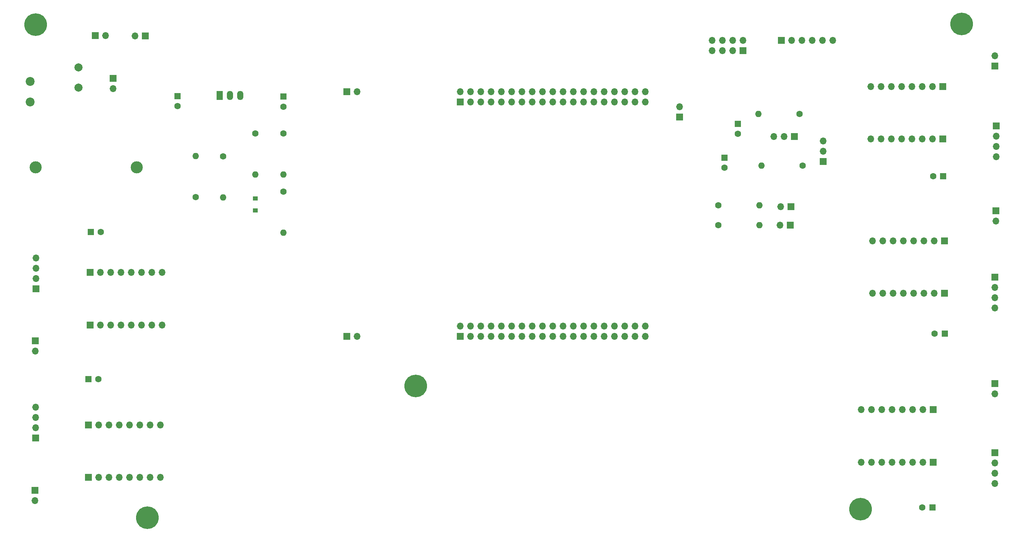
<source format=gbr>
%TF.GenerationSoftware,KiCad,Pcbnew,6.0.2+dfsg-1*%
%TF.CreationDate,2023-03-15T19:16:11+01:00*%
%TF.ProjectId,main_PCB,6d61696e-5f50-4434-922e-6b696361645f,rev?*%
%TF.SameCoordinates,Original*%
%TF.FileFunction,Soldermask,Top*%
%TF.FilePolarity,Negative*%
%FSLAX46Y46*%
G04 Gerber Fmt 4.6, Leading zero omitted, Abs format (unit mm)*
G04 Created by KiCad (PCBNEW 6.0.2+dfsg-1) date 2023-03-15 19:16:11*
%MOMM*%
%LPD*%
G01*
G04 APERTURE LIST*
%ADD10R,1.600000X1.600000*%
%ADD11C,1.600000*%
%ADD12O,1.600000X1.600000*%
%ADD13R,1.700000X1.700000*%
%ADD14O,1.700000X1.700000*%
%ADD15C,5.600000*%
%ADD16R,1.200000X1.000000*%
%ADD17R,1.500000X2.300000*%
%ADD18O,1.500000X2.300000*%
%ADD19C,3.000000*%
%ADD20C,2.200000*%
%ADD21C,2.000000*%
G04 APERTURE END LIST*
D10*
%TO.C,C7*%
X254279400Y-67030600D03*
D11*
X251779400Y-67030600D03*
%TD*%
%TO.C,R8*%
X218821000Y-51562000D03*
D12*
X208661000Y-51562000D03*
%TD*%
D13*
%TO.C,J25*%
X254203200Y-44785000D03*
D14*
X251663200Y-44785000D03*
X249123200Y-44785000D03*
X246583200Y-44785000D03*
X244043200Y-44785000D03*
X241503200Y-44785000D03*
X238963200Y-44785000D03*
X236423200Y-44785000D03*
%TD*%
D13*
%TO.C,JP3*%
X29895800Y-144703800D03*
D14*
X29895800Y-147243800D03*
%TD*%
D15*
%TO.C,H1*%
X30099000Y-29464000D03*
%TD*%
D13*
%TO.C,J16*%
X30131226Y-94832374D03*
D14*
X30131226Y-92292374D03*
X30131226Y-89752374D03*
X30131226Y-87212374D03*
%TD*%
D15*
%TO.C,H4*%
X233883200Y-149377400D03*
%TD*%
D13*
%TO.C,J19*%
X204851000Y-35941000D03*
D14*
X204851000Y-33401000D03*
X202311000Y-35941000D03*
X202311000Y-33401000D03*
X199771000Y-35941000D03*
X199771000Y-33401000D03*
X197231000Y-35941000D03*
X197231000Y-33401000D03*
%TD*%
D16*
%TO.C,D2*%
X84388400Y-75496800D03*
X84388400Y-72496800D03*
%TD*%
D11*
%TO.C,R1*%
X76352400Y-62052200D03*
D12*
X76352400Y-72212200D03*
%TD*%
D13*
%TO.C,J23*%
X224638000Y-63358000D03*
D14*
X224638000Y-60818000D03*
X224638000Y-58278000D03*
%TD*%
D10*
%TO.C,C4*%
X251649113Y-148971000D03*
D11*
X249149113Y-148971000D03*
%TD*%
D13*
%TO.C,J18*%
X267030200Y-135407400D03*
D14*
X267030200Y-137947400D03*
X267030200Y-140487400D03*
X267030200Y-143027400D03*
%TD*%
D13*
%TO.C,J24*%
X49174000Y-42819000D03*
D14*
X49174000Y-45359000D03*
%TD*%
D15*
%TO.C,H3*%
X57658000Y-151511000D03*
%TD*%
%TO.C,H5*%
X123952000Y-118922800D03*
%TD*%
D13*
%TO.C,D4*%
X216662000Y-74549000D03*
D14*
X214122000Y-74549000D03*
%TD*%
D17*
%TO.C,U1*%
X75531000Y-47013100D03*
D18*
X78071000Y-47013100D03*
X80611000Y-47013100D03*
%TD*%
D13*
%TO.C,J22*%
X217536000Y-57175000D03*
D14*
X214996000Y-57175000D03*
X212456000Y-57175000D03*
%TD*%
D13*
%TO.C,J11*%
X43078400Y-141524000D03*
D14*
X45618400Y-141524000D03*
X48158400Y-141524000D03*
X50698400Y-141524000D03*
X53238400Y-141524000D03*
X55778400Y-141524000D03*
X58318400Y-141524000D03*
X60858400Y-141524000D03*
%TD*%
D13*
%TO.C,J28*%
X44851000Y-32233000D03*
D14*
X47391000Y-32233000D03*
%TD*%
D13*
%TO.C,J13*%
X251790600Y-124780200D03*
D14*
X249250600Y-124780200D03*
X246710600Y-124780200D03*
X244170600Y-124780200D03*
X241630600Y-124780200D03*
X239090600Y-124780200D03*
X236550600Y-124780200D03*
X234010600Y-124780200D03*
%TD*%
D11*
%TO.C,R5*%
X84378800Y-56388000D03*
D12*
X84378800Y-66548000D03*
%TD*%
D13*
%TO.C,J27*%
X267436200Y-54569200D03*
D14*
X267436200Y-57109200D03*
X267436200Y-59649200D03*
X267436200Y-62189200D03*
%TD*%
D10*
%TO.C,C9*%
X200279000Y-62421888D03*
D11*
X200279000Y-64921888D03*
%TD*%
D13*
%TO.C,JP5*%
X267030200Y-39700200D03*
D14*
X267030200Y-37160200D03*
%TD*%
D13*
%TO.C,JP2*%
X29972000Y-107696000D03*
D14*
X29972000Y-110236000D03*
%TD*%
D11*
%TO.C,R9*%
X219583000Y-64389000D03*
D12*
X209423000Y-64389000D03*
%TD*%
D11*
%TO.C,R6*%
X198755000Y-79121000D03*
D12*
X208915000Y-79121000D03*
%TD*%
D19*
%TO.C,F1*%
X30045000Y-64770000D03*
X55045000Y-64770000D03*
%TD*%
D13*
%TO.C,J4*%
X106950200Y-106593800D03*
D14*
X109490200Y-106593800D03*
%TD*%
D11*
%TO.C,R3*%
X91313000Y-56388000D03*
D12*
X91313000Y-66548000D03*
%TD*%
D13*
%TO.C,J10*%
X43531626Y-90808974D03*
D14*
X46071626Y-90808974D03*
X48611626Y-90808974D03*
X51151626Y-90808974D03*
X53691626Y-90808974D03*
X56231626Y-90808974D03*
X58771626Y-90808974D03*
X61311626Y-90808974D03*
%TD*%
D11*
%TO.C,R2*%
X69596000Y-72136000D03*
D12*
X69596000Y-61976000D03*
%TD*%
D13*
%TO.C,J15*%
X267055600Y-91948000D03*
D14*
X267055600Y-94488000D03*
X267055600Y-97028000D03*
X267055600Y-99568000D03*
%TD*%
D13*
%TO.C,J29*%
X57150000Y-32258000D03*
D14*
X54610000Y-32258000D03*
%TD*%
D13*
%TO.C,J20*%
X214274000Y-33376000D03*
D14*
X216814000Y-33376000D03*
X219354000Y-33376000D03*
X221894000Y-33376000D03*
X224434000Y-33376000D03*
X226974000Y-33376000D03*
%TD*%
D13*
%TO.C,J17*%
X30074000Y-131790600D03*
D14*
X30074000Y-129250600D03*
X30074000Y-126710600D03*
X30074000Y-124170600D03*
%TD*%
D13*
%TO.C,J12*%
X43078400Y-128524000D03*
D14*
X45618400Y-128524000D03*
X48158400Y-128524000D03*
X50698400Y-128524000D03*
X53238400Y-128524000D03*
X55778400Y-128524000D03*
X58318400Y-128524000D03*
X60858400Y-128524000D03*
%TD*%
D11*
%TO.C,R4*%
X91262200Y-70789800D03*
D12*
X91262200Y-80949800D03*
%TD*%
D13*
%TO.C,J14*%
X251790600Y-137780200D03*
D14*
X249250600Y-137780200D03*
X246710600Y-137780200D03*
X244170600Y-137780200D03*
X241630600Y-137780200D03*
X239090600Y-137780200D03*
X236550600Y-137780200D03*
X234010600Y-137780200D03*
%TD*%
D10*
%TO.C,C2*%
X43677200Y-80821574D03*
D11*
X46177200Y-80821574D03*
%TD*%
D15*
%TO.C,H2*%
X258826000Y-29337000D03*
%TD*%
D10*
%TO.C,C1*%
X254697113Y-105918000D03*
D11*
X252197113Y-105918000D03*
%TD*%
D13*
%TO.C,JP4*%
X267056000Y-118272800D03*
D14*
X267056000Y-120812800D03*
%TD*%
D13*
%TO.C,J26*%
X254203200Y-57785000D03*
D14*
X251663200Y-57785000D03*
X249123200Y-57785000D03*
X246583200Y-57785000D03*
X244043200Y-57785000D03*
X241503200Y-57785000D03*
X238963200Y-57785000D03*
X236423200Y-57785000D03*
%TD*%
D13*
%TO.C,J5*%
X189179200Y-52374800D03*
D14*
X189179200Y-49834800D03*
%TD*%
D13*
%TO.C,D3*%
X216535000Y-79121000D03*
D14*
X213995000Y-79121000D03*
%TD*%
D13*
%TO.C,JP1*%
X267284200Y-75509200D03*
D14*
X267284200Y-78049200D03*
%TD*%
D20*
%TO.C,J21*%
X28732000Y-43560000D03*
X28732000Y-48640000D03*
%TD*%
D13*
%TO.C,J3*%
X106950200Y-46050200D03*
D14*
X109490200Y-46050200D03*
%TD*%
D13*
%TO.C,J8*%
X254635000Y-95986600D03*
D14*
X252095000Y-95986600D03*
X249555000Y-95986600D03*
X247015000Y-95986600D03*
X244475000Y-95986600D03*
X241935000Y-95986600D03*
X239395000Y-95986600D03*
X236855000Y-95986600D03*
%TD*%
D10*
%TO.C,C3*%
X43102888Y-117190400D03*
D11*
X45602888Y-117190400D03*
%TD*%
D13*
%TO.C,J9*%
X43531626Y-103808974D03*
D14*
X46071626Y-103808974D03*
X48611626Y-103808974D03*
X51151626Y-103808974D03*
X53691626Y-103808974D03*
X56231626Y-103808974D03*
X58771626Y-103808974D03*
X61311626Y-103808974D03*
%TD*%
D10*
%TO.C,C6*%
X91313000Y-47308888D03*
D11*
X91313000Y-49808888D03*
%TD*%
D21*
%TO.C,SW1*%
X40640000Y-45045000D03*
X40640000Y-40045000D03*
%TD*%
D11*
%TO.C,R7*%
X198755000Y-74168000D03*
D12*
X208915000Y-74168000D03*
%TD*%
D10*
%TO.C,C5*%
X65125600Y-47181888D03*
D11*
X65125600Y-49681888D03*
%TD*%
D13*
%TO.C,J7*%
X254635000Y-82986600D03*
D14*
X252095000Y-82986600D03*
X249555000Y-82986600D03*
X247015000Y-82986600D03*
X244475000Y-82986600D03*
X241935000Y-82986600D03*
X239395000Y-82986600D03*
X236855000Y-82986600D03*
%TD*%
D10*
%TO.C,C8*%
X203581000Y-54039888D03*
D11*
X203581000Y-56539888D03*
%TD*%
D13*
%TO.C,J1*%
X134960200Y-106598400D03*
D14*
X134960200Y-104058400D03*
X137500200Y-106598400D03*
X137500200Y-104058400D03*
X140040200Y-106598400D03*
X140040200Y-104058400D03*
X142580200Y-106598400D03*
X142580200Y-104058400D03*
X145120200Y-106598400D03*
X145120200Y-104058400D03*
X147660200Y-106598400D03*
X147660200Y-104058400D03*
X150200200Y-106598400D03*
X150200200Y-104058400D03*
X152740200Y-106598400D03*
X152740200Y-104058400D03*
X155280200Y-106598400D03*
X155280200Y-104058400D03*
X157820200Y-106598400D03*
X157820200Y-104058400D03*
X160360200Y-106598400D03*
X160360200Y-104058400D03*
X162900200Y-106598400D03*
X162900200Y-104058400D03*
X165440200Y-106598400D03*
X165440200Y-104058400D03*
X167980200Y-106598400D03*
X167980200Y-104058400D03*
X170520200Y-106598400D03*
X170520200Y-104058400D03*
X173060200Y-106598400D03*
X173060200Y-104058400D03*
X175600200Y-106598400D03*
X175600200Y-104058400D03*
X178140200Y-106598400D03*
X178140200Y-104058400D03*
X180680200Y-106598400D03*
X180680200Y-104058400D03*
%TD*%
D13*
%TO.C,J2*%
X134960200Y-48598400D03*
D14*
X134960200Y-46058400D03*
X137500200Y-48598400D03*
X137500200Y-46058400D03*
X140040200Y-48598400D03*
X140040200Y-46058400D03*
X142580200Y-48598400D03*
X142580200Y-46058400D03*
X145120200Y-48598400D03*
X145120200Y-46058400D03*
X147660200Y-48598400D03*
X147660200Y-46058400D03*
X150200200Y-48598400D03*
X150200200Y-46058400D03*
X152740200Y-48598400D03*
X152740200Y-46058400D03*
X155280200Y-48598400D03*
X155280200Y-46058400D03*
X157820200Y-48598400D03*
X157820200Y-46058400D03*
X160360200Y-48598400D03*
X160360200Y-46058400D03*
X162900200Y-48598400D03*
X162900200Y-46058400D03*
X165440200Y-48598400D03*
X165440200Y-46058400D03*
X167980200Y-48598400D03*
X167980200Y-46058400D03*
X170520200Y-48598400D03*
X170520200Y-46058400D03*
X173060200Y-48598400D03*
X173060200Y-46058400D03*
X175600200Y-48598400D03*
X175600200Y-46058400D03*
X178140200Y-48598400D03*
X178140200Y-46058400D03*
X180680200Y-48598400D03*
X180680200Y-46058400D03*
%TD*%
M02*

</source>
